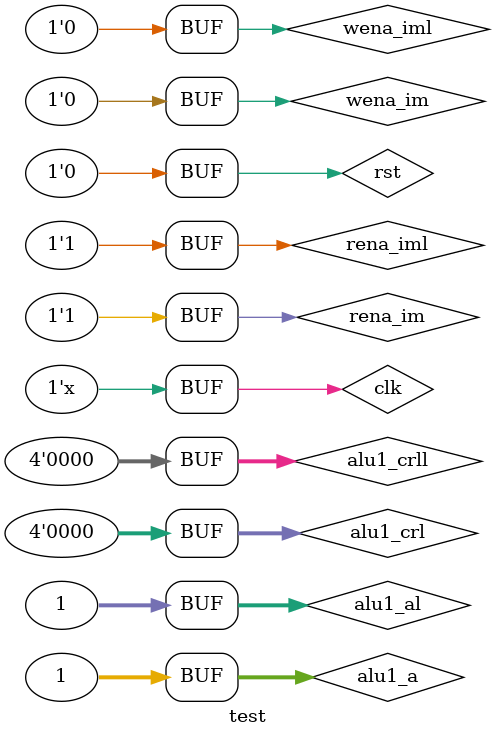
<source format=v>
module test;
wire [31:0] s1,s2,s3,w1,s4,s5,s6,c1,s7,s8,s9,s10,s11,s12,c3,c4,s13,c7,s14,s15,c5,c6,c8,s16,c11,c2,c13,c15;
wire c12,c10,c9,c14;
reg clk,rst,ena_pc;//pc





initial//pc
   begin
rst=0;
clk=0;
   end
always #50 clk=~clk;
assign c11=c9&c10;
assign c12=~c10;
assign c13=c14&c12;
assign c15=c11|c13;

reg [31:0]alu1_a;//alu1
reg[3:0]alu1_crl;
wire [31:0]alu1_al;
wire[3:0]alu1_crll;

initial//alu_1&&alu_2
   begin
alu1_a=32'b1;
alu1_crl=4'b0000;//+
   end
assign alu1_al=alu1_a;
assign alu1_crll=alu1_crl;


reg wena_im,rena_im;//IM
wire wena_iml,rena_iml;
initial
   begin
wena_im=0;
rena_im=1;
   end
assign wena_iml=wena_im;
assign rena_iml=rena_im;



ram im(.wena(wena_iml),.rena(rena_iml),.addr(s1),.data_out(s4));
ram data(.rena(c5),.wena(c6),.addr(s14),.data_in(s10),.data_out(s15),.clk(clk),.order(s4));
pca pc1(.clk(clk),.rst(rst),.data_in(s2),.data_out(s1));
alu alu1(.a(alu1_al),.b(s1),.r(s3),.aluc(alu1_crll));
//alu alu2(.a(s3),.b(s8),.r(s9),.aluc(alu1_crll));
alu alu2(.a(s3),.b(s5),.r(s9),.aluc(alu1_crll));
alu alu3(.a(s11),.b(s13),.aluc(c7),.r(s14),.zero(c10));
sixteentodou se1(.a(s4),.b(s5));
MUXfour mux1(.a(s4),.b(s4),.crl(c1),.c(s6));//mux1
MUX     mux2(.a(s10),.b(s5),.crl(c4),.c(s13));
MUX     mux3(.a(s14),.b(s15),.crl(c8),.c(s12));
MUX     mux4(.a(s3),.b(s9),.crl(c15),.c(s16));
MUX     mux5(.a(s16),.b(s7),.crl(c2),.c(s2));
SHL2    shl(.a(s4),.b(s7),.pcn(s3));
//OSHL2   shl2(.a(s5),.b(s8));
RF   rf(.we(c3),.raddr1(s4[25:21]),.raddr2(s4[20:16]),.waddr(s6),. wdata(s12),.rdata1(s11),.rdata2(s10),.clk(clk));
CU   cu(.c(s4),.regdst(c1),.jump(c2),.regwr(c3),.alusrc(c4),.memrd(c5),.memwr(c6),.aluop(c7),.memtoreg(c8),.branch(c9),.bne(c14));
endmodule


</source>
